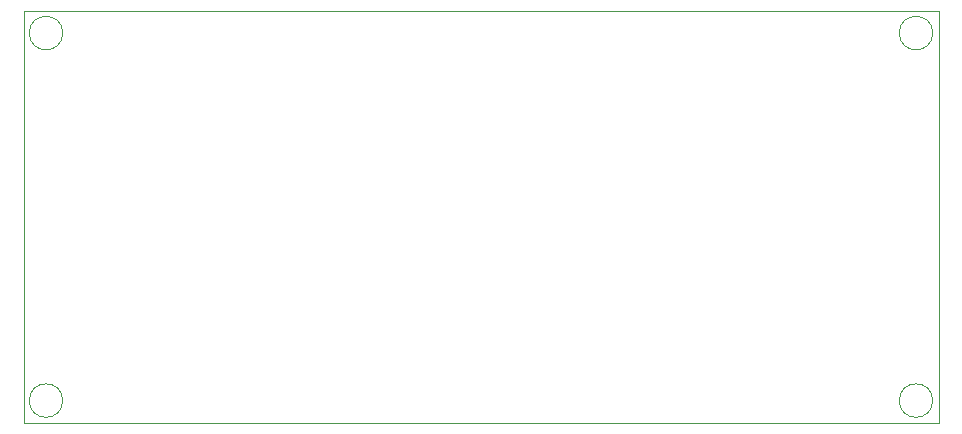
<source format=gko>
%FSLAX46Y46*%
G04 Gerber Fmt 4.6, Leading zero omitted, Abs format (unit mm)*
G04 Created by KiCad (PCBNEW (2014-09-19 BZR 5142)-product) date 11/10/2014 22:22:43*
%MOMM*%
G01*
G04 APERTURE LIST*
%ADD10C,0.100000*%
G04 APERTURE END LIST*
D10*
X217319903Y-111125000D02*
G75*
G03X217319903Y-111125000I-1419903J0D01*
G74*
G01*
X217319903Y-80010000D02*
G75*
G03X217319903Y-80010000I-1419903J0D01*
G74*
G01*
X143659903Y-111125000D02*
G75*
G03X143659903Y-111125000I-1419903J0D01*
G74*
G01*
X143659903Y-80010000D02*
G75*
G03X143659903Y-80010000I-1419903J0D01*
G74*
G01*
X143659903Y-80010000D02*
G75*
G03X143659903Y-80010000I-1419903J0D01*
G74*
G01*
X217805000Y-78105000D02*
X140335000Y-78105000D01*
X217805000Y-113030000D02*
X217805000Y-78105000D01*
X140335000Y-113030000D02*
X217805000Y-113030000D01*
X140335000Y-78105000D02*
X140335000Y-113030000D01*
M02*

</source>
